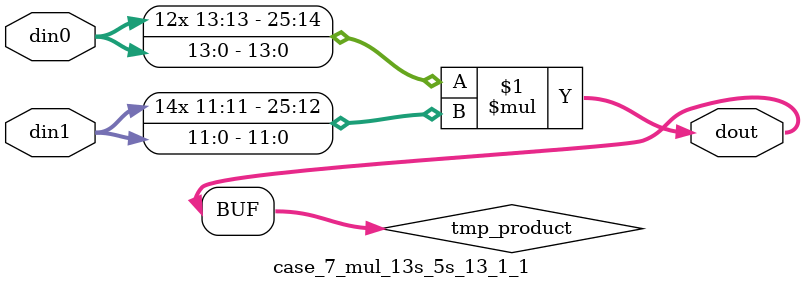
<source format=v>

`timescale 1 ns / 1 ps

 module case_7_mul_13s_5s_13_1_1(din0, din1, dout);
parameter ID = 1;
parameter NUM_STAGE = 0;
parameter din0_WIDTH = 14;
parameter din1_WIDTH = 12;
parameter dout_WIDTH = 26;

input [din0_WIDTH - 1 : 0] din0; 
input [din1_WIDTH - 1 : 0] din1; 
output [dout_WIDTH - 1 : 0] dout;

wire signed [dout_WIDTH - 1 : 0] tmp_product;



























assign tmp_product = $signed(din0) * $signed(din1);








assign dout = tmp_product;





















endmodule

</source>
